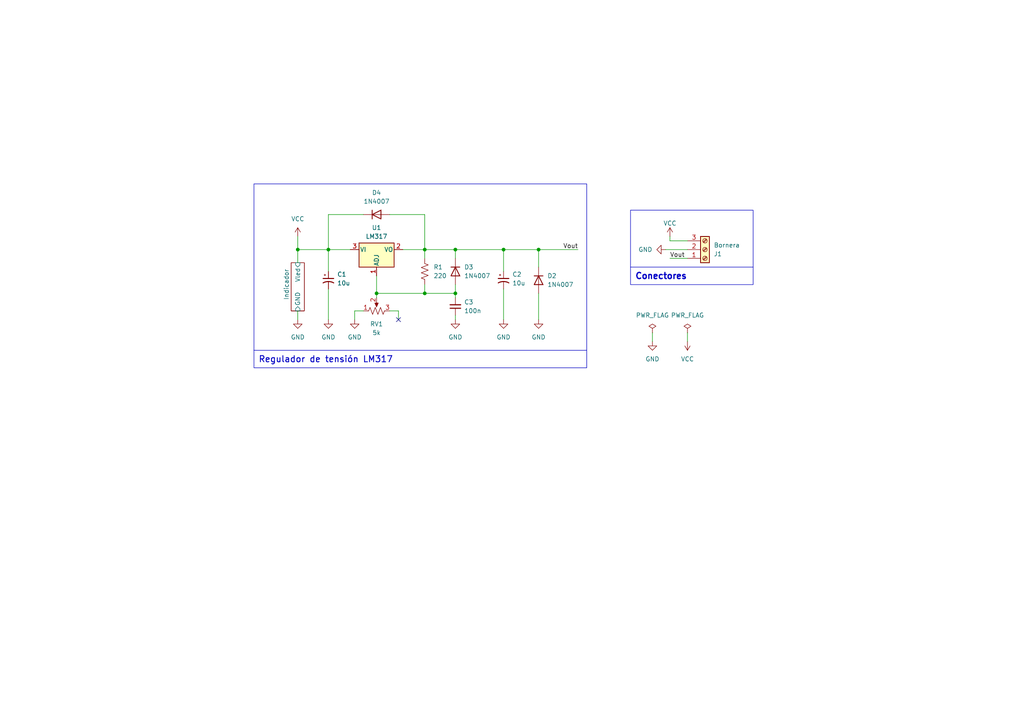
<source format=kicad_sch>
(kicad_sch (version 20230121) (generator eeschema)
  (paper "A4")
  (lib_symbols
    (symbol "Connector:Screw_Terminal_01x03" (pin_names (offset 1.016) hide)
      (property "Reference" "J" (at 0 5.08 0))
      (property "Value" "Screw_Terminal_01x03" (at 0 -5.08 0))
      (symbol "Screw_Terminal_01x03_1_1"
        (rectangle (start -1.27 3.81) (end 1.27 -3.81) (stroke (width 0.254)) (fill (type background)))
        (circle (center 0 -2.54) (radius 0.635) (stroke (width 0.1524)))
        (polyline (pts (xy -0.5334 -2.2098) (xy 0.3302 -3.048)) (stroke (width 0.1524)))
        (polyline (pts (xy -0.5334 0.3302) (xy 0.3302 -0.508)) (stroke (width 0.1524)))
        (polyline (pts (xy -0.5334 2.8702) (xy 0.3302 2.032)) (stroke (width 0.1524)))
        (polyline (pts (xy -0.3556 -2.032) (xy 0.508 -2.8702)) (stroke (width 0.1524)))
        (polyline (pts (xy -0.3556 0.508) (xy 0.508 -0.3302)) (stroke (width 0.1524)))
        (polyline (pts (xy -0.3556 3.048) (xy 0.508 2.2098)) (stroke (width 0.1524)))
        (circle (center 0 0) (radius 0.635) (stroke (width 0.1524)))
        (circle (center 0 2.54) (radius 0.635) (stroke (width 0.1524)))
        (pin passive line (at -5.08 2.54 0) (length 3.81) (name "Pin_1") (number "1"))
        (pin passive line (at -5.08 0 0) (length 3.81) (name "Pin_2") (number "2"))
        (pin passive line (at -5.08 -2.54 0) (length 3.81) (name "Pin_3") (number "3"))
      )
    )
    (symbol "Device:C_Polarized_Small_US" (pin_numbers hide) (pin_names (offset 0.254) hide)
      (property "Reference" "C" (at 0.254 1.778 0))
      (property "Value" "C_Polarized_Small_US" (at 0.254 -2.032 0))
      (symbol "C_Polarized_Small_US_0_1"
        (polyline (pts (xy -1.524 0.508) (xy 1.524 0.508)) (stroke (width 0.3048)))
        (polyline (pts (xy -1.27 1.524) (xy -0.762 1.524)))
        (polyline (pts (xy -1.016 1.27) (xy -1.016 1.778)))
        (arc (start 1.524 -0.762) (mid 0 -0.3734) (end -1.524 -0.762) (stroke (width 0.3048)))
      )
      (symbol "C_Polarized_Small_US_1_1"
        (pin passive line (at 0 2.54 270) (length 2.032) (name "~") (number "1"))
        (pin passive line (at 0 -2.54 90) (length 2.032) (name "~") (number "2"))
      )
    )
    (symbol "Device:C_Small" (pin_numbers hide) (pin_names (offset 0.254) hide)
      (property "Reference" "C" (at 0.254 1.778 0))
      (property "Value" "C_Small" (at 0.254 -2.032 0))
      (symbol "C_Small_0_1"
        (polyline (pts (xy -1.524 -0.508) (xy 1.524 -0.508)) (stroke (width 0.3302)))
        (polyline (pts (xy -1.524 0.508) (xy 1.524 0.508)) (stroke (width 0.3048)))
      )
      (symbol "C_Small_1_1"
        (pin passive line (at 0 2.54 270) (length 2.032) (name "~") (number "1"))
        (pin passive line (at 0 -2.54 90) (length 2.032) (name "~") (number "2"))
      )
    )
    (symbol "Device:R_Potentiometer_US" (pin_names (offset 1.016) hide)
      (property "Reference" "RV" (at -4.445 0 90))
      (property "Value" "R_Potentiometer_US" (at -2.54 0 90))
      (symbol "R_Potentiometer_US_0_1"
        (polyline (pts (xy 0 -2.286) (xy 0 -2.54)))
        (polyline (pts (xy 0 2.54) (xy 0 2.286)))
        (polyline (pts (xy 2.54 0) (xy 1.524 0)))
        (polyline (pts (xy 1.143 0) (xy 2.286 0.508) (xy 2.286 -0.508) (xy 1.143 0)) (fill (type outline)))
        (polyline (pts (xy 0 -0.762) (xy 1.016 -1.143) (xy 0 -1.524) (xy -1.016 -1.905) (xy 0 -2.286)))
        (polyline (pts (xy 0 0.762) (xy 1.016 0.381) (xy 0 0) (xy -1.016 -0.381) (xy 0 -0.762)))
        (polyline (pts (xy 0 2.286) (xy 1.016 1.905) (xy 0 1.524) (xy -1.016 1.143) (xy 0 0.762)))
      )
      (symbol "R_Potentiometer_US_1_1"
        (pin passive line (at 0 3.81 270) (length 1.27) (name "1") (number "1"))
        (pin passive line (at 3.81 0 180) (length 1.27) (name "2") (number "2"))
        (pin passive line (at 0 -3.81 90) (length 1.27) (name "3") (number "3"))
      )
    )
    (symbol "Device:R_US" (pin_numbers hide) (pin_names (offset 0))
      (property "Reference" "R" (at 2.54 0 90))
      (property "Value" "R_US" (at -2.54 0 90))
      (symbol "R_US_0_1"
        (polyline (pts (xy 0 -2.286) (xy 0 -2.54)))
        (polyline (pts (xy 0 2.286) (xy 0 2.54)))
        (polyline (pts (xy 0 -0.762) (xy 1.016 -1.143) (xy 0 -1.524) (xy -1.016 -1.905) (xy 0 -2.286)))
        (polyline (pts (xy 0 0.762) (xy 1.016 0.381) (xy 0 0) (xy -1.016 -0.381) (xy 0 -0.762)))
        (polyline (pts (xy 0 2.286) (xy 1.016 1.905) (xy 0 1.524) (xy -1.016 1.143) (xy 0 0.762)))
      )
      (symbol "R_US_1_1"
        (pin passive line (at 0 3.81 270) (length 1.27) (name "~") (number "1"))
        (pin passive line (at 0 -3.81 90) (length 1.27) (name "~") (number "2"))
      )
    )
    (symbol "Diode:1N4007" (pin_numbers hide) (pin_names hide)
      (property "Reference" "D" (at 0 2.54 0))
      (property "Value" "1N4007" (at 0 -2.54 0))
      (symbol "1N4007_0_1"
        (polyline (pts (xy -1.27 1.27) (xy -1.27 -1.27)) (stroke (width 0.254)))
        (polyline (pts (xy 1.27 0) (xy -1.27 0)))
        (polyline (pts (xy 1.27 1.27) (xy 1.27 -1.27) (xy -1.27 0) (xy 1.27 1.27)) (stroke (width 0.254)))
      )
      (symbol "1N4007_1_1"
        (pin passive line (at -3.81 0 0) (length 2.54) (name "K") (number "1"))
        (pin passive line (at 3.81 0 180) (length 2.54) (name "A") (number "2"))
      )
    )
    (symbol "Regulator_Linear:LM317_TO-220" (pin_names (offset 0.254))
      (property "Reference" "U" (at -3.81 3.175 0))
      (property "Value" "LM317_TO-220" (at 0 3.175 0))
      (symbol "LM317_TO-220_0_1"
        (rectangle (start -5.08 1.905) (end 5.08 -5.08) (stroke (width 0.254)) (fill (type background)))
      )
      (symbol "LM317_TO-220_1_1"
        (pin input line (at 0 -7.62 90) (length 2.54) (name "ADJ") (number "1"))
        (pin power_out line (at 7.62 0 180) (length 2.54) (name "VO") (number "2"))
        (pin power_in line (at -7.62 0 0) (length 2.54) (name "VI") (number "3"))
      )
    )
    (symbol "power:GND" (power) (pin_names (offset 0))
      (property "Value" "GND" (at 0 -3.81 0))
      (symbol "GND_0_1"
        (polyline (pts (xy 0 0) (xy 0 -1.27) (xy 1.27 -1.27) (xy 0 -2.54) (xy -1.27 -1.27) (xy 0 -1.27)))
      )
      (symbol "GND_1_1"
        (pin power_in line (at 0 0 270) (length 0) hide (name "GND") (number "1"))
      )
    )
    (symbol "power:PWR_FLAG" (power) (pin_numbers hide) (pin_names (offset 0) hide)
      (property "Value" "PWR_FLAG" (at 0 3.81 0))
      (symbol "PWR_FLAG_0_0"
        (pin power_out line (at 0 0 90) (length 0) (name "pwr") (number "1"))
      )
      (symbol "PWR_FLAG_0_1"
        (polyline (pts (xy 0 0) (xy 0 1.27) (xy -1.016 1.905) (xy 0 2.54) (xy 1.016 1.905) (xy 0 1.27)))
      )
    )
    (symbol "power:VCC" (power) (pin_names (offset 0))
      (property "Value" "VCC" (at 0 3.81 0))
      (symbol "VCC_0_1"
        (polyline (pts (xy -0.762 1.27) (xy 0 2.54)))
        (polyline (pts (xy 0 0) (xy 0 2.54)))
        (polyline (pts (xy 0 2.54) (xy 0.762 1.27)))
      )
      (symbol "VCC_1_1"
        (pin power_in line (at 0 0 90) (length 0) hide (name "VCC") (number "1"))
      )
    )
  )
  (junction (at 146.05 72.39))
  (junction (at 156.21 72.39))
  (junction (at 132.08 72.39))
  (junction (at 123.19 72.39))
  (junction (at 95.25 72.39))
  (junction (at 132.08 85.09))
  (junction (at 123.19 85.09))
  (junction (at 86.36 72.39))
  (junction (at 109.22 85.09))
  (no_connect (at 115.57 92.71))
  (wire (pts (xy 115.57 90.17) (xy 115.57 92.71)))
  (polyline (pts (xy 73.66 101.6) (xy 170.18 101.6)))
  (wire (pts (xy 86.36 72.39) (xy 95.25 72.39)))
  (wire (pts (xy 95.25 72.39) (xy 101.6 72.39)))
  (wire (pts (xy 123.19 85.09) (xy 123.19 82.55)))
  (wire (pts (xy 146.05 83.82) (xy 146.05 92.71)))
  (wire (pts (xy 95.25 72.39) (xy 95.25 78.74)))
  (wire (pts (xy 95.25 62.23) (xy 105.41 62.23)))
  (wire (pts (xy 132.08 82.55) (xy 132.08 85.09)))
  (wire (pts (xy 146.05 78.74) (xy 146.05 72.39)))
  (wire (pts (xy 132.08 85.09) (xy 132.08 86.36)))
  (wire (pts (xy 86.36 68.58) (xy 86.36 72.39)))
  (wire (pts (xy 193.04 72.39) (xy 199.39 72.39)))
  (wire (pts (xy 116.84 72.39) (xy 123.19 72.39)))
  (wire (pts (xy 132.08 91.44) (xy 132.08 92.71)))
  (wire (pts (xy 109.22 85.09) (xy 123.19 85.09)))
  (wire (pts (xy 95.25 72.39) (xy 95.25 62.23)))
  (wire (pts (xy 109.22 80.01) (xy 109.22 85.09)))
  (wire (pts (xy 123.19 72.39) (xy 132.08 72.39)))
  (wire (pts (xy 113.03 62.23) (xy 123.19 62.23)))
  (wire (pts (xy 194.31 68.58) (xy 194.31 69.85)))
  (wire (pts (xy 199.39 96.52) (xy 199.39 99.06)))
  (wire (pts (xy 194.31 74.93) (xy 199.39 74.93)))
  (wire (pts (xy 132.08 72.39) (xy 146.05 72.39)))
  (wire (pts (xy 113.03 90.17) (xy 115.57 90.17)))
  (wire (pts (xy 156.21 77.47) (xy 156.21 72.39)))
  (wire (pts (xy 194.31 69.85) (xy 199.39 69.85)))
  (wire (pts (xy 132.08 72.39) (xy 132.08 74.93)))
  (wire (pts (xy 123.19 72.39) (xy 123.19 74.93)))
  (wire (pts (xy 86.36 72.39) (xy 86.36 76.2)))
  (wire (pts (xy 156.21 85.09) (xy 156.21 92.71)))
  (wire (pts (xy 123.19 85.09) (xy 132.08 85.09)))
  (wire (pts (xy 109.22 85.09) (xy 109.22 86.36)))
  (wire (pts (xy 146.05 72.39) (xy 156.21 72.39)))
  (wire (pts (xy 86.36 90.17) (xy 86.36 92.71)))
  (wire (pts (xy 123.19 72.39) (xy 123.19 62.23)))
  (wire (pts (xy 95.25 83.82) (xy 95.25 92.71)))
  (wire (pts (xy 102.87 90.17) (xy 102.87 92.71)))
  (wire (pts (xy 102.87 90.17) (xy 105.41 90.17)))
  (wire (pts (xy 189.23 96.52) (xy 189.23 99.06)))
  (wire (pts (xy 156.21 72.39) (xy 167.64 72.39)))
  (rectangle (start 182.88 60.96) (end 218.44 82.55))
  (rectangle (start 73.66 53.34) (end 170.18 106.68))
  (rectangle (start 182.88 77.47) (end 218.44 77.47))
  (text "Conectores" (at 184.15 81.28 0) (effects (font (size 1.778 1.778) bold) (justify left bottom)))
  (text "Regulador de tensión LM317" (at 74.93 105.41 0) (effects (font (size 1.778 1.778) (thickness 0.254) bold) (justify left bottom)))
  (label "Vout" (at 194.31 74.93 0))
  (label "Vout" (at 167.64 72.39 180))
  (symbol (lib_id "power:PWR_FLAG") (at 189.23 96.52 0) (unit 1)
    (property "Reference" "#FLG01" (effects hide))
    (property "Value" "PWR_FLAG" (at 189.23 91.44 0))
  )
  (symbol (lib_id "power:GND") (at 189.23 99.06 0) (unit 1)
    (property "Reference" "#PWR09" (effects hide))
    (property "Value" "GND" (at 189.23 104.14 0))
  )
  (symbol (lib_id "Connector:Screw_Terminal_01x03") (at 204.47 72.39 0) (mirror x) (unit 1)
    (property "Reference" "J1" (at 207.01 73.66 0) (effects (justify left)))
    (property "Value" "Bornera" (at 207.01 71.12 0) (effects (justify left)))
    (property "Footprint" "TerminalBlock:TerminalBlock_bornier-3_P5.08mm" (effects hide))
  )
  (symbol (lib_id "power:GND") (at 132.08 92.71 0) (unit 1)
    (property "Reference" "#PWR03" (effects hide))
    (property "Value" "GND" (at 132.08 97.79 0))
  )
  (symbol (lib_id "Diode:1N4007") (at 109.22 62.23 0) (unit 1)
    (property "Reference" "D4" (at 109.22 55.88 0))
    (property "Value" "1N4007" (at 109.22 58.42 0))
    (property "Footprint" "Diode_THT:D_DO-41_SOD81_P10.16mm_Horizontal" (effects hide))
    (property "Datasheet" "http://www.vishay.com/docs/88503/1n4001.pdf" (effects hide))
    (property "Sim.Device" "D" (effects hide))
    (property "Sim.Pins" "1=K 2=A" (effects hide))
  )
  (symbol (lib_id "Device:C_Small") (at 132.08 88.9 180) (unit 1)
    (property "Reference" "C3" (at 134.62 87.6236 0) (effects (justify right)))
    (property "Value" "100n" (at 134.62 90.1636 0) (effects (justify right)))
    (property "Footprint" "Capacitor_THT:C_Disc_D5.0mm_W2.5mm_P2.50mm" (effects hide))
  )
  (symbol (lib_id "Diode:1N4007") (at 132.08 78.74 270) (unit 1)
    (property "Reference" "D3" (at 134.62 77.47 90) (effects (justify left)))
    (property "Value" "1N4007" (at 134.62 80.01 90) (effects (justify left)))
    (property "Footprint" "Diode_THT:D_DO-41_SOD81_P10.16mm_Horizontal" (effects hide))
    (property "Datasheet" "http://www.vishay.com/docs/88503/1n4001.pdf" (effects hide))
    (property "Sim.Device" "D" (effects hide))
    (property "Sim.Pins" "1=K 2=A" (effects hide))
  )
  (symbol (lib_id "power:GND") (at 86.36 92.71 0) (unit 1)
    (property "Reference" "#PWR07" (effects hide))
    (property "Value" "GND" (at 86.36 97.79 0))
  )
  (symbol (lib_id "power:GND") (at 193.04 72.39 270) (unit 1)
    (property "Reference" "#PWR06" (effects hide))
    (property "Value" "GND" (at 189.23 72.39 90) (effects (justify right)))
  )
  (symbol (lib_id "power:GND") (at 146.05 92.71 0) (unit 1)
    (property "Reference" "#PWR04" (effects hide))
    (property "Value" "GND" (at 146.05 97.79 0))
  )
  (symbol (lib_id "Regulator_Linear:LM317_TO-220") (at 109.22 72.39 0) (unit 1)
    (property "Reference" "U1" (at 109.22 66.04 0))
    (property "Value" "LM317" (at 109.22 68.58 0))
    (property "Footprint" "Package_TO_SOT_THT:TO-220-3_Vertical" (effects hide))
    (property "Datasheet" "http://www.ti.com/lit/ds/symlink/lm317.pdf" (effects hide))
  )
  (symbol (lib_id "power:VCC") (at 199.39 99.06 180) (unit 1)
    (property "Reference" "#PWR010" (effects hide))
    (property "Value" "VCC" (at 199.39 104.14 0))
  )
  (symbol (lib_id "Diode:1N4007") (at 156.21 81.28 270) (unit 1)
    (property "Reference" "D2" (at 158.75 80.01 90) (effects (justify left)))
    (property "Value" "1N4007" (at 158.75 82.55 90) (effects (justify left)))
    (property "Footprint" "Diode_THT:D_DO-41_SOD81_P10.16mm_Horizontal" (effects hide))
    (property "Datasheet" "http://www.vishay.com/docs/88503/1n4001.pdf" (effects hide))
    (property "Sim.Device" "D" (effects hide))
    (property "Sim.Pins" "1=K 2=A" (effects hide))
  )
  (symbol (lib_id "power:GND") (at 95.25 92.71 0) (unit 1)
    (property "Reference" "#PWR01" (effects hide))
    (property "Value" "GND" (at 95.25 97.79 0))
  )
  (symbol (lib_id "Device:R_Potentiometer_US") (at 109.22 90.17 90) (unit 1)
    (property "Reference" "RV1" (at 109.22 93.98 90))
    (property "Value" "5k" (at 109.22 96.52 90))
    (property "Footprint" "Potentiometer_THT:Potentiometer_Alps_RK163_Single_Horizontal" (effects hide))
  )
  (symbol (lib_id "power:PWR_FLAG") (at 199.39 96.52 0) (unit 1)
    (property "Reference" "#FLG02" (effects hide))
    (property "Value" "PWR_FLAG" (at 199.39 91.44 0))
  )
  (symbol (lib_id "power:VCC") (at 86.36 68.58 0) (unit 1)
    (property "Reference" "#PWR08" (effects hide))
    (property "Value" "VCC" (at 86.36 63.5 0))
  )
  (symbol (lib_id "power:GND") (at 102.87 92.71 0) (unit 1)
    (property "Reference" "#PWR02" (effects hide))
    (property "Value" "GND" (at 102.87 97.79 0))
  )
  (symbol (lib_id "power:GND") (at 156.21 92.71 0) (unit 1)
    (property "Reference" "#PWR05" (effects hide))
    (property "Value" "GND" (at 156.21 97.79 0))
  )
  (symbol (lib_id "Device:C_Polarized_Small_US") (at 146.05 81.28 0) (unit 1)
    (property "Reference" "C2" (at 148.59 79.5782 0) (effects (justify left)))
    (property "Value" "10u" (at 148.59 82.1182 0) (effects (justify left)))
    (property "Footprint" "Capacitor_THT:CP_Radial_D5.0mm_P2.00mm" (effects hide))
  )
  (symbol (lib_id "power:VCC") (at 194.31 68.58 0) (unit 1)
    (property "Reference" "#PWR011" (effects hide))
    (property "Value" "VCC" (at 194.31 64.77 0))
  )
  (symbol (lib_id "Device:C_Polarized_Small_US") (at 95.25 81.28 0) (unit 1)
    (property "Reference" "C1" (at 97.79 79.5782 0) (effects (justify left)))
    (property "Value" "10u" (at 97.79 82.1182 0) (effects (justify left)))
    (property "Footprint" "Capacitor_THT:CP_Radial_D5.0mm_P2.00mm" (effects hide))
  )
  (symbol (lib_id "Device:R_US") (at 123.19 78.74 0) (unit 1)
    (property "Reference" "R1" (at 125.73 77.47 0) (effects (justify left)))
    (property "Value" "220" (at 125.73 80.01 0) (effects (justify left)))
    (property "Footprint" "Resistor_THT:R_Axial_DIN0207_L6.3mm_D2.5mm_P7.62mm_Horizontal" (effects hide))
  )
  (sheet (at 84.455 76.2) (size 3.81 13.97) (stroke (width 0.1524))
    (property "Sheetname" "Indicador" (at 83.82 86.995 90) (effects (justify left bottom)))
    (property "Sheetfile" "indicador.kicad_sch" (effects hide))
    (pin "Vled" input (at 86.36 76.2 90))
    (pin "GND" input (at 86.36 90.17 270))
  )
)
</source>
